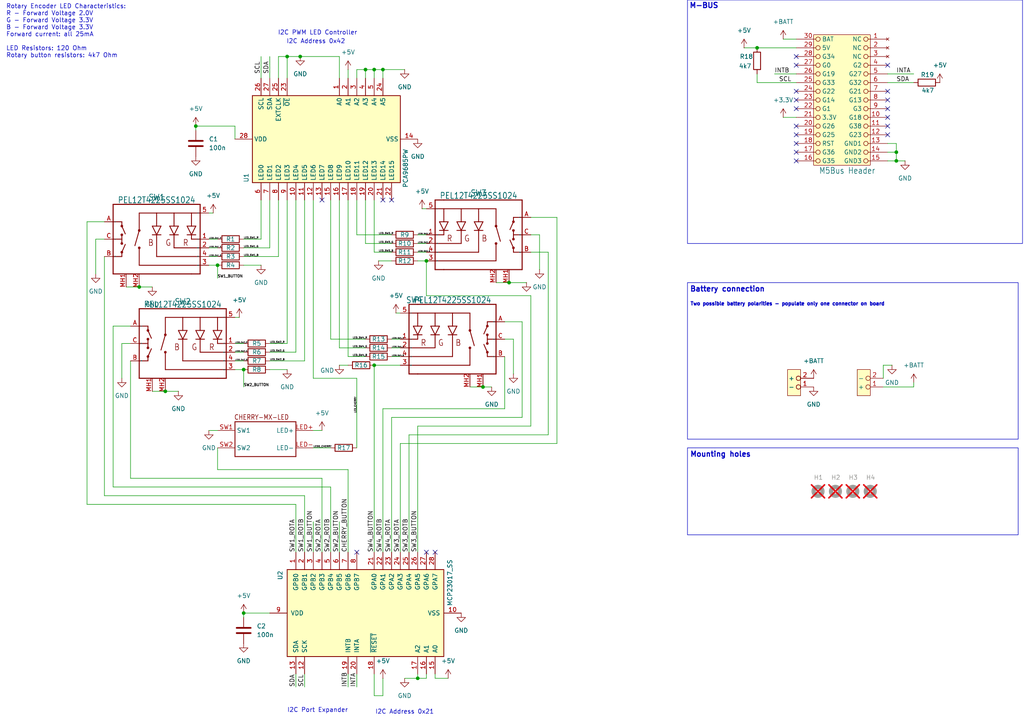
<source format=kicad_sch>
(kicad_sch (version 20231120) (generator "eeschema") (generator_version "8.0")
  (paper "User" 298.907 210.007)
  (lib_symbols
    (symbol "Device:C" (pin_numbers hide) (pin_names (offset 0.254))
      (property "Reference" "C" (at 0.635 2.54 0))
      (property "Value" "C" (at 0.635 -2.54 0))
      (symbol "C_1_1"
        (pin passive line (at 0 3.81 270) (length 2.794) (name "~") (number "1"))
        (pin passive line (at 0 -3.81 90) (length 2.794) (name "~") (number "2"))
      )
    )
    (symbol "Device:R" (pin_numbers hide) (pin_names (offset 0))
      (property "Reference" "R" (at 2.032 0 90))
      (property "Value" "R" (at 0 0 90))
      (symbol "R_1_1"
        (pin passive line (at 0 3.81 270) (length 1.27) (name "~") (number "1"))
        (pin passive line (at 0 -3.81 90) (length 1.27) (name "~") (number "2"))
      )
    )
    (symbol "Driver_LED:PCA9685PW"
      (property "Reference" "U" (at -12.7 22.225 0))
      (property "Value" "PCA9685PW" (at 1.27 22.225 0))
      (symbol "PCA9685PW_1_1"
        (pin input line (at -17.78 -5.08 0) (length 5.08) (name "A0") (number "1"))
        (pin output line (at 17.78 7.62 180) (length 5.08) (name "LED4") (number "10"))
        (pin output line (at 17.78 5.08 180) (length 5.08) (name "LED5") (number "11"))
        (pin output line (at 17.78 2.54 180) (length 5.08) (name "LED6") (number "12"))
        (pin output line (at 17.78 0 180) (length 5.08) (name "LED7") (number "13"))
        (pin power_in line (at 0 -27.94 90) (length 5.08) (name "VSS") (number "14"))
        (pin output line (at 17.78 -2.54 180) (length 5.08) (name "LED8") (number "15"))
        (pin output line (at 17.78 -5.08 180) (length 5.08) (name "LED9") (number "16"))
        (pin output line (at 17.78 -7.62 180) (length 5.08) (name "LED10") (number "17"))
        (pin output line (at 17.78 -10.16 180) (length 5.08) (name "LED11") (number "18"))
        (pin output line (at 17.78 -12.7 180) (length 5.08) (name "LED12") (number "19"))
        (pin input line (at -17.78 -7.62 0) (length 5.08) (name "A1") (number "2"))
        (pin output line (at 17.78 -15.24 180) (length 5.08) (name "LED13") (number "20"))
        (pin output line (at 17.78 -17.78 180) (length 5.08) (name "LED14") (number "21"))
        (pin output line (at 17.78 -20.32 180) (length 5.08) (name "LED15") (number "22"))
        (pin input line (at -17.78 10.16 0) (length 5.08) (name "~{OE}") (number "23"))
        (pin input line (at -17.78 -17.78 0) (length 5.08) (name "A5") (number "24"))
        (pin input line (at -17.78 12.7 0) (length 5.08) (name "EXTCLK") (number "25"))
        (pin input line (at -17.78 17.78 0) (length 5.08) (name "SCL") (number "26"))
        (pin bidirectional line (at -17.78 15.24 0) (length 5.08) (name "SDA") (number "27"))
        (pin power_in line (at 0 25.4 270) (length 5.08) (name "VDD") (number "28"))
        (pin input line (at -17.78 -10.16 0) (length 5.08) (name "A2") (number "3"))
        (pin input line (at -17.78 -12.7 0) (length 5.08) (name "A3") (number "4"))
        (pin input line (at -17.78 -15.24 0) (length 5.08) (name "A4") (number "5"))
        (pin output line (at 17.78 17.78 180) (length 5.08) (name "LED0") (number "6"))
        (pin output line (at 17.78 15.24 180) (length 5.08) (name "LED1") (number "7"))
        (pin output line (at 17.78 12.7 180) (length 5.08) (name "LED2") (number "8"))
        (pin output line (at 17.78 10.16 180) (length 5.08) (name "LED3") (number "9"))
      )
    )
    (symbol "Interface_Expansion:MCP23017_SS" (pin_names (offset 1.016))
      (property "Reference" "U" (at -11.43 24.13 0))
      (property "Value" "MCP23017_SS" (at 0 0 0))
      (symbol "MCP23017_SS_1_1"
        (pin bidirectional line (at 17.78 20.32 180) (length 5.08) (name "GPB0") (number "1"))
        (pin power_in line (at 0 -27.94 90) (length 5.08) (name "VSS") (number "10"))
        (pin no_connect line (at -12.7 15.24 0) (length 5.08) hide (name "NC") (number "11"))
        (pin input line (at -17.78 17.78 0) (length 5.08) (name "SCK") (number "12"))
        (pin bidirectional line (at -17.78 20.32 0) (length 5.08) (name "SDA") (number "13"))
        (pin no_connect line (at -12.7 12.7 0) (length 5.08) hide (name "NC") (number "14"))
        (pin input line (at -17.78 -20.32 0) (length 5.08) (name "A0") (number "15"))
        (pin input line (at -17.78 -17.78 0) (length 5.08) (name "A1") (number "16"))
        (pin input line (at -17.78 -15.24 0) (length 5.08) (name "A2") (number "17"))
        (pin input line (at -17.78 -2.54 0) (length 5.08) (name "~{RESET}") (number "18"))
        (pin tri_state line (at -17.78 5.08 0) (length 5.08) (name "INTB") (number "19"))
        (pin bidirectional line (at 17.78 17.78 180) (length 5.08) (name "GPB1") (number "2"))
        (pin tri_state line (at -17.78 2.54 0) (length 5.08) (name "INTA") (number "20"))
        (pin bidirectional line (at 17.78 -2.54 180) (length 5.08) (name "GPA0") (number "21"))
        (pin bidirectional line (at 17.78 -5.08 180) (length 5.08) (name "GPA1") (number "22"))
        (pin bidirectional line (at 17.78 -7.62 180) (length 5.08) (name "GPA2") (number "23"))
        (pin bidirectional line (at 17.78 -10.16 180) (length 5.08) (name "GPA3") (number "24"))
        (pin bidirectional line (at 17.78 -12.7 180) (length 5.08) (name "GPA4") (number "25"))
        (pin bidirectional line (at 17.78 -15.24 180) (length 5.08) (name "GPA5") (number "26"))
        (pin bidirectional line (at 17.78 -17.78 180) (length 5.08) (name "GPA6") (number "27"))
        (pin bidirectional line (at 17.78 -20.32 180) (length 5.08) (name "GPA7") (number "28"))
        (pin bidirectional line (at 17.78 15.24 180) (length 5.08) (name "GPB2") (number "3"))
        (pin bidirectional line (at 17.78 12.7 180) (length 5.08) (name "GPB3") (number "4"))
        (pin bidirectional line (at 17.78 10.16 180) (length 5.08) (name "GPB4") (number "5"))
        (pin bidirectional line (at 17.78 7.62 180) (length 5.08) (name "GPB5") (number "6"))
        (pin bidirectional line (at 17.78 5.08 180) (length 5.08) (name "GPB6") (number "7"))
        (pin bidirectional line (at 17.78 2.54 180) (length 5.08) (name "GPB7") (number "8"))
        (pin power_in line (at 0 27.94 270) (length 5.08) (name "VDD") (number "9"))
      )
    )
    (symbol "M5-Remote_v1:CHERRY-MX-LED"
      (symbol "CHERRY-MX-LED_1_0"
        (text "CHERRY-MX-LED" (at -5.334 5.588 0) (effects (font (size 1.4224 1.209)) (justify left bottom)))
        (pin passive line (at 17.78 2.54 180) (length 5.08) (name "LED+") (number "LED+"))
        (pin passive line (at 17.78 -2.54 180) (length 5.08) (name "LED-") (number "LED-"))
        (pin passive line (at -10.16 2.54 0) (length 5.08) (name "SW1") (number "SW1"))
        (pin passive line (at -10.16 -2.54 0) (length 5.08) (name "SW2") (number "SW2"))
      )
    )
    (symbol "M5-Remote_v1:JST-PH-2MM,180"
      (symbol "JST-PH-2MM,180_1_0"
        (pin power_out inverted (at 7.62 -3.81 180) (length 5.08) (name "-") (number "1"))
        (pin power_out inverted (at 7.62 -1.27 180) (length 5.08) (name "+") (number "2"))
      )
    )
    (symbol "M5-Remote_v1:JST-PH-2MM,180,reversepolarity"
      (symbol "JST-PH-2MM,180,reversepolarity_1_0"
        (pin passive inverted (at 7.62 -3.81 180) (length 5.08) (name "+") (number "1"))
        (pin passive inverted (at 7.62 -1.27 180) (length 5.08) (name "-") (number "2"))
      )
    )
    (symbol "M5-Remote_v1:M5_CORE2"
      (symbol "M5_CORE2_1_0"
        (pin no_connect inverted (at 13.97 16.51 180) (length 6.985) (name "NC") (number "1"))
        (pin bidirectional inverted (at 13.97 -6.35 180) (length 6.985) (name "G18") (number "10"))
        (pin bidirectional inverted (at 13.97 -8.89 180) (length 6.985) (name "G38") (number "11"))
        (pin bidirectional inverted (at 13.97 -11.43 180) (length 6.985) (name "G23") (number "12"))
        (pin power_in inverted (at 13.97 -13.97 180) (length 6.985) (name "GND1") (number "13"))
        (pin power_in inverted (at 13.97 -16.51 180) (length 6.985) (name "GND2") (number "14"))
        (pin power_in inverted (at 13.97 -19.05 180) (length 6.985) (name "GND3") (number "15"))
        (pin bidirectional inverted (at -12.7 -19.05 0) (length 6.985) (name "G35") (number "16"))
        (pin bidirectional inverted (at -12.7 -16.51 0) (length 6.985) (name "G36") (number "17"))
        (pin input inverted (at -12.7 -13.97 0) (length 6.985) (name "RST") (number "18"))
        (pin bidirectional inverted (at -12.7 -11.43 0) (length 6.985) (name "G25") (number "19"))
        (pin no_connect inverted (at 13.97 13.97 180) (length 6.985) (name "NC") (number "2"))
        (pin bidirectional inverted (at -12.7 -8.89 0) (length 6.985) (name "G26") (number "20"))
        (pin power_out inverted (at -12.7 -6.35 0) (length 6.985) (name "3.3V") (number "21"))
        (pin bidirectional inverted (at -12.7 -3.81 0) (length 6.985) (name "G1") (number "22"))
        (pin bidirectional inverted (at -12.7 -1.27 0) (length 6.985) (name "G14") (number "23"))
        (pin bidirectional inverted (at -12.7 1.27 0) (length 6.985) (name "G22") (number "24"))
        (pin bidirectional inverted (at -12.7 3.81 0) (length 6.985) (name "G33") (number "25"))
        (pin bidirectional inverted (at -12.7 6.35 0) (length 6.985) (name "G19") (number "26"))
        (pin bidirectional inverted (at -12.7 8.89 0) (length 6.985) (name "G0") (number "27"))
        (pin bidirectional inverted (at -12.7 11.43 0) (length 6.985) (name "G34") (number "28"))
        (pin power_out inverted (at -12.7 13.97 0) (length 6.985) (name "5V") (number "29"))
        (pin no_connect inverted (at 13.97 11.43 180) (length 6.985) (name "NC") (number "3"))
        (pin power_in inverted (at -12.7 16.51 0) (length 6.985) (name "BAT") (number "30"))
        (pin bidirectional inverted (at 13.97 8.89 180) (length 6.985) (name "G2") (number "4"))
        (pin bidirectional inverted (at 13.97 6.35 180) (length 6.985) (name "G27") (number "5"))
        (pin bidirectional inverted (at 13.97 3.81 180) (length 6.985) (name "G32") (number "6"))
        (pin bidirectional inverted (at 13.97 1.27 180) (length 6.985) (name "G21") (number "7"))
        (pin bidirectional inverted (at 13.97 -1.27 180) (length 6.985) (name "G13") (number "8"))
        (pin bidirectional inverted (at 13.97 -3.81 180) (length 6.985) (name "G3") (number "9"))
      )
    )
    (symbol "Mechanical:MountingHole" (pin_names (offset 1.016)) (exclude_from_sim yes) (in_bom no)
      (property "Reference" "H" (at 0 5.08 0))
      (property "Value" "MountingHole" (at 0 3.175 0))
    )
    (symbol "encoder_rgb_ca:ENCODER_RGB_CA"
      (property "Reference" "SW" (at -12.7 10.668 0))
      (symbol "ENCODER_RGB_CA_1_0"
        (text "B" (at -2.54 0 0) (effects (font (size 1.778 1.5113)) (justify left top)))
        (text "G" (at 2.54 0 0) (effects (font (size 1.778 1.5113)) (justify left top)))
        (text "R" (at 7.62 0 0) (effects (font (size 1.778 1.5113)) (justify left top)))
        (pin passive line (at 15.24 0 180) (length 2.54) (name "-R") (number "1"))
        (pin passive line (at 15.24 -2.54 180) (length 2.54) (name "-G") (number "2"))
        (pin passive line (at 15.24 -7.62 180) (length 2.54) (name "SW") (number "3"))
        (pin passive line (at 15.24 -5.08 180) (length 2.54) (name "-B") (number "4"))
        (pin passive line (at 15.24 7.62 180) (length 2.54) (name "+") (number "5"))
        (pin bidirectional line (at -15.24 5.08 0) (length 2.54) (name "A") (number "A"))
        (pin bidirectional line (at -15.24 -5.08 0) (length 2.54) (name "B") (number "B"))
        (pin passive line (at -15.24 0 0) (length 2.54) (name "C") (number "C"))
      )
      (symbol "ENCODER_RGB_CA_1_1"
        (pin passive line (at -8.89 -13.97 90) (length 3.81) (name "") (number "MH1"))
        (pin passive line (at -5.08 -13.97 90) (length 3.81) (name "") (number "MH2"))
      )
    )
    (symbol "power:+3.3V" (power) (pin_numbers hide) (pin_names (offset 0) hide)
      (property "Value" "+3.3V" (at 0 3.556 0))
      (symbol "+3.3V_1_1"
        (pin power_in line (at 0 0 90) (length 0) (name "~") (number "1"))
      )
    )
    (symbol "power:+5V" (power) (pin_numbers hide) (pin_names (offset 0) hide)
      (property "Value" "+5V" (at 0 3.556 0))
      (symbol "+5V_1_1"
        (pin power_in line (at 0 0 90) (length 0) (name "~") (number "1"))
      )
    )
    (symbol "power:+BATT" (power) (pin_numbers hide) (pin_names (offset 0) hide)
      (property "Value" "+BATT" (at 0 3.556 0))
      (symbol "+BATT_1_1"
        (pin power_in line (at 0 0 90) (length 0) (name "~") (number "1"))
      )
    )
    (symbol "power:GND" (power) (pin_numbers hide) (pin_names (offset 0) hide)
      (property "Value" "GND" (at 0 -3.81 0))
      (symbol "GND_1_1"
        (pin power_in line (at 0 0 270) (length 0) (name "~") (number "1"))
      )
    )
  )
  (junction (at 109.22 20.32))
  (junction (at 220.98 13.97))
  (junction (at 48.26 114.3))
  (junction (at 261.62 46.99))
  (junction (at 71.12 107.95))
  (junction (at 63.5 77.47))
  (junction (at 40.64 83.82))
  (junction (at 71.12 179.07))
  (junction (at 124.46 76.2))
  (junction (at 109.22 106.68))
  (junction (at 111.76 20.32))
  (junction (at 121.92 198.12))
  (junction (at 140.97 113.03))
  (junction (at 106.68 20.32))
  (junction (at 57.15 36.83))
  (junction (at 83.82 16.51))
  (junction (at 261.62 44.45))
  (junction (at 148.59 82.55))
  (junction (at 87.63 16.51))
  (no_connect (at 232.41 29.21))
  (no_connect (at 259.08 36.83))
  (no_connect (at 127 161.29))
  (no_connect (at 232.41 44.45))
  (no_connect (at 232.41 41.91))
  (no_connect (at 232.41 36.83))
  (no_connect (at 259.08 29.21))
  (no_connect (at 259.08 31.75))
  (no_connect (at 124.46 161.29))
  (no_connect (at 259.08 39.37))
  (no_connect (at 232.41 31.75))
  (no_connect (at 259.08 19.05))
  (no_connect (at 232.41 19.05))
  (no_connect (at 259.08 34.29))
  (no_connect (at 232.41 16.51))
  (no_connect (at 232.41 46.99))
  (no_connect (at 93.98 58.42))
  (no_connect (at 259.08 26.67))
  (no_connect (at 114.3 58.42))
  (no_connect (at 104.14 161.29))
  (no_connect (at 232.41 39.37))
  (no_connect (at 111.76 58.42))
  (no_connect (at 232.41 26.67))
  (wire (pts (xy 116.84 99.06) (xy 114.3 99.06)))
  (wire (pts (xy 152.4 93.98) (xy 152.4 121.92)))
  (wire (pts (xy 99.06 16.51) (xy 87.63 16.51)))
  (wire (pts (xy 104.14 68.58) (xy 104.14 58.42)))
  (wire (pts (xy 111.76 20.32) (xy 118.11 20.32)))
  (wire (pts (xy 33.02 142.24) (xy 96.52 142.24)))
  (wire (pts (xy 109.22 73.66) (xy 114.3 73.66)))
  (wire (pts (xy 147.32 93.98) (xy 152.4 93.98)))
  (wire (pts (xy 140.97 113.03) (xy 143.51 113.03)))
  (wire (pts (xy 48.26 114.3) (xy 52.07 114.3)))
  (wire (pts (xy 38.1 139.7) (xy 38.1 105.41)))
  (wire (pts (xy 38.1 95.25) (xy 33.02 95.25)))
  (wire (pts (xy 60.96 69.85) (xy 63.5 69.85)))
  (wire (pts (xy 121.92 198.12) (xy 118.11 198.12)))
  (wire (pts (xy 259.08 21.59) (xy 266.7 21.59)))
  (wire (pts (xy 226.06 21.59) (xy 232.41 21.59)))
  (wire (pts (xy 91.44 152.4) (xy 91.44 161.29)))
  (wire (pts (xy 121.92 76.2) (xy 124.46 76.2)))
  (wire (pts (xy 86.36 147.32) (xy 86.36 161.29)))
  (wire (pts (xy 104.14 22.86) (xy 104.14 20.32)))
  (wire (pts (xy 71.12 107.95) (xy 71.12 113.03)))
  (wire (pts (xy 121.92 124.46) (xy 121.92 161.29)))
  (wire (pts (xy 91.44 58.42) (xy 91.44 110.49)))
  (wire (pts (xy 68.58 36.83) (xy 68.58 40.64)))
  (wire (pts (xy 261.62 44.45) (xy 259.08 44.45)))
  (wire (pts (xy 261.62 41.91) (xy 261.62 44.45)))
  (wire (pts (xy 162.56 63.5) (xy 162.56 129.54)))
  (wire (pts (xy 104.14 20.32) (xy 106.68 20.32)))
  (wire (pts (xy 81.28 16.51) (xy 83.82 16.51)))
  (wire (pts (xy 63.5 77.47) (xy 63.5 81.28)))
  (wire (pts (xy 266.7 111.76) (xy 266.7 113.03)))
  (wire (pts (xy 91.44 125.73) (xy 93.98 125.73)))
  (wire (pts (xy 83.82 100.33) (xy 78.74 100.33)))
  (wire (pts (xy 99.06 58.42) (xy 99.06 101.6)))
  (wire (pts (xy 104.14 110.49) (xy 104.14 130.81)))
  (wire (pts (xy 96.52 99.06) (xy 106.68 99.06)))
  (wire (pts (xy 99.06 101.6) (xy 106.68 101.6)))
  (wire (pts (xy 83.82 58.42) (xy 83.82 100.33)))
  (wire (pts (xy 124.46 196.85) (xy 124.46 198.12)))
  (wire (pts (xy 111.76 119.38) (xy 111.76 161.29)))
  (wire (pts (xy 44.45 114.3) (xy 48.26 114.3)))
  (wire (pts (xy 63.5 137.16) (xy 101.6 137.16)))
  (wire (pts (xy 86.36 196.85) (xy 86.36 200.66)))
  (wire (pts (xy 93.98 139.7) (xy 93.98 161.29)))
  (wire (pts (xy 101.6 20.32) (xy 101.6 22.86)))
  (wire (pts (xy 30.48 144.78) (xy 30.48 74.93)))
  (wire (pts (xy 109.22 196.85) (xy 109.22 203.2)))
  (wire (pts (xy 99.06 22.86) (xy 99.06 16.51)))
  (wire (pts (xy 228.6 34.29) (xy 232.41 34.29)))
  (wire (pts (xy 76.2 16.51) (xy 76.2 22.86)))
  (wire (pts (xy 127 196.85) (xy 127 198.12)))
  (wire (pts (xy 96.52 142.24) (xy 96.52 161.29)))
  (wire (pts (xy 35.56 100.33) (xy 35.56 110.49)))
  (wire (pts (xy 91.44 110.49) (xy 104.14 110.49)))
  (wire (pts (xy 88.9 161.29) (xy 88.9 144.78)))
  (wire (pts (xy 116.84 129.54) (xy 116.84 161.29)))
  (wire (pts (xy 257.81 110.49) (xy 257.81 106.68)))
  (wire (pts (xy 259.08 41.91) (xy 261.62 41.91)))
  (wire (pts (xy 124.46 73.66) (xy 121.92 73.66)))
  (wire (pts (xy 109.22 20.32) (xy 109.22 22.86)))
  (wire (pts (xy 30.48 69.85) (xy 27.94 69.85)))
  (wire (pts (xy 101.6 104.14) (xy 106.68 104.14)))
  (wire (pts (xy 78.74 72.39) (xy 71.12 72.39)))
  (wire (pts (xy 121.92 196.85) (xy 121.92 198.12)))
  (wire (pts (xy 57.15 36.83) (xy 57.15 38.1)))
  (wire (pts (xy 71.12 179.07) (xy 71.12 180.34)))
  (wire (pts (xy 60.96 72.39) (xy 63.5 72.39)))
  (wire (pts (xy 109.22 203.2) (xy 111.76 203.2)))
  (wire (pts (xy 154.94 86.36) (xy 154.94 124.46)))
  (wire (pts (xy 91.44 130.81) (xy 96.52 130.81)))
  (wire (pts (xy 144.78 82.55) (xy 148.59 82.55)))
  (wire (pts (xy 157.48 68.58) (xy 157.48 78.74)))
  (wire (pts (xy 259.08 46.99) (xy 261.62 46.99)))
  (wire (pts (xy 147.32 104.14) (xy 147.32 119.38)))
  (wire (pts (xy 116.84 129.54) (xy 162.56 129.54)))
  (wire (pts (xy 25.4 64.77) (xy 25.4 147.32)))
  (wire (pts (xy 27.94 69.85) (xy 27.94 80.01)))
  (wire (pts (xy 261.62 46.99) (xy 261.62 44.45)))
  (wire (pts (xy 116.84 101.6) (xy 114.3 101.6)))
  (wire (pts (xy 68.58 105.41) (xy 71.12 105.41)))
  (wire (pts (xy 83.82 16.51) (xy 87.63 16.51)))
  (wire (pts (xy 88.9 144.78) (xy 30.48 144.78)))
  (wire (pts (xy 109.22 73.66) (xy 109.22 58.42)))
  (wire (pts (xy 57.15 36.83) (xy 68.58 36.83)))
  (wire (pts (xy 147.32 119.38) (xy 111.76 119.38)))
  (wire (pts (xy 114.3 121.92) (xy 114.3 161.29)))
  (wire (pts (xy 86.36 102.87) (xy 78.74 102.87)))
  (wire (pts (xy 96.52 99.06) (xy 96.52 58.42)))
  (wire (pts (xy 33.02 95.25) (xy 33.02 142.24)))
  (wire (pts (xy 116.84 91.44) (xy 115.57 91.44)))
  (wire (pts (xy 83.82 16.51) (xy 83.82 22.86)))
  (wire (pts (xy 149.86 99.06) (xy 149.86 109.22)))
  (wire (pts (xy 88.9 105.41) (xy 78.74 105.41)))
  (wire (pts (xy 106.68 20.32) (xy 106.68 22.86)))
  (wire (pts (xy 116.84 104.14) (xy 114.3 104.14)))
  (wire (pts (xy 220.98 21.59) (xy 220.98 24.13)))
  (wire (pts (xy 78.74 107.95) (xy 83.82 107.95)))
  (wire (pts (xy 127 198.12) (xy 130.81 198.12)))
  (wire (pts (xy 63.5 137.16) (xy 63.5 130.81)))
  (wire (pts (xy 116.84 106.68) (xy 109.22 106.68)))
  (wire (pts (xy 152.4 121.92) (xy 114.3 121.92)))
  (wire (pts (xy 220.98 13.97) (xy 232.41 13.97)))
  (wire (pts (xy 71.12 77.47) (xy 76.2 77.47)))
  (wire (pts (xy 101.6 58.42) (xy 101.6 104.14)))
  (wire (pts (xy 154.94 68.58) (xy 157.48 68.58)))
  (wire (pts (xy 106.68 20.32) (xy 109.22 20.32)))
  (wire (pts (xy 124.46 86.36) (xy 154.94 86.36)))
  (wire (pts (xy 101.6 137.16) (xy 101.6 161.29)))
  (wire (pts (xy 124.46 60.96) (xy 123.19 60.96)))
  (wire (pts (xy 124.46 71.12) (xy 121.92 71.12)))
  (wire (pts (xy 78.74 16.51) (xy 78.74 22.86)))
  (wire (pts (xy 111.76 203.2) (xy 111.76 198.12)))
  (wire (pts (xy 147.32 99.06) (xy 149.86 99.06)))
  (wire (pts (xy 119.38 127) (xy 119.38 161.29)))
  (wire (pts (xy 104.14 68.58) (xy 114.3 68.58)))
  (wire (pts (xy 137.16 113.03) (xy 140.97 113.03)))
  (wire (pts (xy 101.6 196.85) (xy 101.6 200.66)))
  (wire (pts (xy 25.4 147.32) (xy 86.36 147.32)))
  (wire (pts (xy 119.38 127) (xy 160.02 127)))
  (wire (pts (xy 60.96 62.23) (xy 62.23 62.23)))
  (wire (pts (xy 259.08 24.13) (xy 266.7 24.13)))
  (wire (pts (xy 60.96 77.47) (xy 63.5 77.47)))
  (wire (pts (xy 124.46 68.58) (xy 121.92 68.58)))
  (wire (pts (xy 148.59 82.55) (xy 153.67 82.55)))
  (wire (pts (xy 104.14 196.85) (xy 104.14 200.66)))
  (wire (pts (xy 124.46 198.12) (xy 121.92 198.12)))
  (wire (pts (xy 114.3 71.12) (xy 106.68 71.12)))
  (wire (pts (xy 154.94 63.5) (xy 162.56 63.5)))
  (wire (pts (xy 38.1 139.7) (xy 93.98 139.7)))
  (wire (pts (xy 68.58 92.71) (xy 69.85 92.71)))
  (wire (pts (xy 109.22 106.68) (xy 109.22 161.29)))
  (wire (pts (xy 68.58 107.95) (xy 71.12 107.95)))
  (wire (pts (xy 88.9 58.42) (xy 88.9 105.41)))
  (wire (pts (xy 30.48 64.77) (xy 25.4 64.77)))
  (wire (pts (xy 99.06 106.68) (xy 101.6 106.68)))
  (wire (pts (xy 68.58 102.87) (xy 71.12 102.87)))
  (wire (pts (xy 76.2 58.42) (xy 76.2 69.85)))
  (wire (pts (xy 106.68 71.12) (xy 106.68 58.42)))
  (wire (pts (xy 78.74 58.42) (xy 78.74 72.39)))
  (wire (pts (xy 38.1 100.33) (xy 35.56 100.33)))
  (wire (pts (xy 220.98 24.13) (xy 232.41 24.13)))
  (wire (pts (xy 232.41 11.43) (xy 228.6 11.43)) (stroke (width 0.1524)))
  (wire (pts (xy 257.81 106.68) (xy 260.35 106.68)))
  (wire (pts (xy 160.02 73.66) (xy 160.02 127)))
  (wire (pts (xy 261.62 46.99) (xy 264.16 46.99)))
  (wire (pts (xy 217.17 13.97) (xy 220.98 13.97)))
  (wire (pts (xy 81.28 74.93) (xy 71.12 74.93)))
  (wire (pts (xy 40.64 83.82) (xy 44.45 83.82)))
  (wire (pts (xy 257.81 113.03) (xy 266.7 113.03)))
  (wire (pts (xy 99.06 152.4) (xy 99.06 161.29)))
  (wire (pts (xy 60.96 74.93) (xy 63.5 74.93)))
  (wire (pts (xy 109.22 20.32) (xy 111.76 20.32)))
  (wire (pts (xy 36.83 83.82) (xy 40.64 83.82)))
  (wire (pts (xy 76.2 69.85) (xy 71.12 69.85)))
  (wire (pts (xy 71.12 179.07) (xy 78.74 179.07)))
  (wire (pts (xy 60.96 125.73) (xy 63.5 125.73)))
  (wire (pts (xy 81.28 58.42) (xy 81.28 74.93)))
  (wire (pts (xy 154.94 124.46) (xy 121.92 124.46)))
  (wire (pts (xy 68.58 100.33) (xy 71.12 100.33)))
  (wire (pts (xy 124.46 76.2) (xy 124.46 86.36)))
  (wire (pts (xy 110.49 76.2) (xy 114.3 76.2)))
  (wire (pts (xy 88.9 196.85) (xy 88.9 200.66)))
  (wire (pts (xy 154.94 73.66) (xy 160.02 73.66)))
  (wire (pts (xy 81.28 22.86) (xy 81.28 16.51)))
  (wire (pts (xy 111.76 20.32) (xy 111.76 22.86)))
  (wire (pts (xy 86.36 58.42) (xy 86.36 102.87)))
  (rectangle (start 200.66 130.81) (end 297.18 156.21))
  (rectangle (start 200.66 82.55) (end 297.18 128.27))
  (rectangle (start 200.66 0) (end 298.45 71.12))
  (text "I2C Address 0x21" (at 118.11 208.026 0) (effects (font (size 1.27 1.27))))
  (text "I2C Address 0x42" (at 92.202 12.192 0) (effects (font (size 1.27 1.27))))
  (text "Mounting holes" (at 210.312 132.842 0) (effects (font (size 1.524 1.524) (thickness 0.3048) (bold yes))))
  (text "I2C PWM LED Controller" (at 92.71 9.652 0) (effects (font (size 1.27 1.27))))
  (text "Battery connection" (at 212.344 84.582 0) (effects (font (size 1.524 1.524) (thickness 0.3048) (bold yes))))
  (text "Rotary Encoder LED Characteristics:\nR - Forward Voltage 2.0V\nG - Forward Voltage 3.3V\nB - Forward Voltage 3.3V\nForward current: all 25mA\n\nLED Resistors: 120 Ohm\nRotary button resistors: 4k7 Ohm" (at 1.778 9.144 0) (effects (font (size 1.27 1.27)) (justify left)))
  (text "Two possible battery polarities - populate only one connector on board" (at 229.87 88.9 0) (effects (font (size 1.016 1.016) (thickness 0.3048) (bold yes))))
  (text "M-BUS" (at 205.486 1.778 0) (effects (font (size 1.524 1.524) (thickness 0.3048) (bold yes))))
  (text "I2C Port Expander" (at 92.71 207.518 0) (effects (font (size 1.27 1.27))))
  (label "LED_SW1_G" (at 71.12 72.39 0) (effects (font (size 0.508 0.508))))
  (label "LED_SW1_R" (at 71.12 69.85 0) (effects (font (size 0.508 0.508))))
  (label "SW2_ROTB" (at 96.52 161.29 90))
  (label "LEDD_SW1_B" (at 60.96 74.93 0) (effects (font (size 0.381 0.381))))
  (label "LED_SW1_B" (at 71.12 74.93 0) (effects (font (size 0.508 0.508))))
  (label "LEDD_SW3_G" (at 121.92 71.12 0) (effects (font (size 0.381 0.381))))
  (label "SW3_BUTTON" (at 121.92 161.29 90))
  (label "SW3_ROTB" (at 119.38 161.29 90))
  (label "LED_SW4_B" (at 102.87 104.14 0) (effects (font (size 0.508 0.508))))
  (label "INTB" (at 101.6 200.66 90))
  (label "LEDD_SW1_R" (at 60.96 69.85 0) (effects (font (size 0.381 0.381))))
  (label "LED_SW2_G" (at 78.74 102.87 0) (effects (font (size 0.508 0.508))))
  (label "INTA" (at 261.62 21.59 0))
  (label "CHERRY_BUTTON" (at 101.6 161.29 90))
  (label "LEDD_SW3_R" (at 121.92 68.58 0) (effects (font (size 0.381 0.381))))
  (label "SW1_ROTB" (at 88.9 161.29 90))
  (label "LED_CHERRY" (at 104.14 120.65 90) (effects (font (size 0.508 0.508))))
  (label "LED_SW4_G" (at 102.87 101.6 0) (effects (font (size 0.508 0.508))))
  (label "SW4_ROTB" (at 111.76 161.29 90))
  (label "LEDD_SW4_B" (at 114.3 104.14 0) (effects (font (size 0.381 0.381))))
  (label "LEDD_SW1_G" (at 60.96 72.39 0) (effects (font (size 0.381 0.381))))
  (label "LEDD_SW2_B" (at 68.58 105.41 0) (effects (font (size 0.381 0.381))))
  (label "LEDD_SW2_G" (at 68.58 102.87 0) (effects (font (size 0.381 0.381))))
  (label "LED_SW4_R" (at 102.87 99.06 0) (effects (font (size 0.508 0.508))))
  (label "SW1_BUTTON" (at 91.44 161.29 90))
  (label "LEDD_SW4_G" (at 114.3 101.6 0) (effects (font (size 0.381 0.381))))
  (label "LED_SW3_R" (at 110.49 68.58 0) (effects (font (size 0.508 0.508))))
  (label "LED_SW2_B" (at 78.74 105.41 0) (effects (font (size 0.508 0.508))))
  (label "SCL" (at 88.9 200.66 90))
  (label "INTA" (at 104.14 200.66 90))
  (label "SW4_ROTA" (at 114.3 161.29 90))
  (label "SW4_BUTTON" (at 109.22 161.29 90))
  (label "LED_SW2_R" (at 78.74 100.33 0) (effects (font (size 0.508 0.508))))
  (label "SW1_BUTTON" (at 63.5 81.28 0) (effects (font (size 0.762 0.762))))
  (label "LED_SW3_B" (at 110.49 73.66 0) (effects (font (size 0.508 0.508))))
  (label "SW2_ROTA" (at 93.98 161.29 90))
  (label "LEDD_SW3_B" (at 121.92 73.66 0) (effects (font (size 0.381 0.381))))
  (label "SW1_ROTA" (at 86.36 161.29 90))
  (label "INTB" (at 226.06 21.59 0))
  (label "SW2_BUTTON" (at 99.06 161.29 90))
  (label "SDA" (at 86.36 200.66 90))
  (label "SDA" (at 261.62 24.13 0))
  (label "SCL" (at 76.2 21.59 90))
  (label "SDA" (at 78.74 21.59 90))
  (label "SW2_BUTTON" (at 71.12 113.03 0) (effects (font (size 0.762 0.762))))
  (label "LEDD_CHERRY" (at 91.44 130.81 0) (effects (font (size 0.508 0.508))))
  (label "LED_SW3_G" (at 110.49 71.12 0) (effects (font (size 0.508 0.508))))
  (label "LEDD_SW4_R" (at 114.3 99.06 0) (effects (font (size 0.381 0.381))))
  (label "LEDD_SW2_R" (at 68.58 100.33 0) (effects (font (size 0.381 0.381))))
  (label "SCL" (at 227.33 24.13 0))
  (label "SW3_ROTA" (at 116.84 161.29 90))
  (symbol (lib_id "Device:R") (at 74.93 107.95 90) (unit 1)
    (property "Reference" "R8" (at 74.93 107.95 90))
    (property "Value" "4k7" (effects (hide yes)))
    (property "Footprint" "Resistor_SMD:R_1206_3216Metric" (effects (hide yes)))
    (property "Datasheet" "https://wmsc.lcsc.com/wmsc/upload/file/pdf/v2/lcsc/2206010145_UNI-ROYAL-Uniroyal-Elec-1206W4F4701T5E_C17936.pdf" (effects (hide yes)))
    (property "Description" "Resistor" (effects (hide yes)))
    (property "MFR Part Number" "1206W4F4701T5E" (effects (hide yes)))
    (property "Manufacturer" "UNI-ROYAL" (effects (hide yes)))
    (property "LCSC Part #" "C17936" (effects (hide yes)))
  )
  (symbol (lib_id "power:GND") (at 153.67 82.55 0) (unit 1)
    (property "Reference" "#PWR036" (effects (hide yes)))
    (property "Value" "GND" (effects (hide yes)))
    (property "Description" "Power symbol creates a global label with name \"GND\" , ground" (effects (hide yes)))
  )
  (symbol (lib_id "power:GND") (at 157.48 78.74 0) (mirror y) (unit 1)
    (property "Reference" "#PWR010" (effects (hide yes)))
    (property "Value" "GND" (at 157.48 83.82 0))
    (property "Description" "Power symbol creates a global label with name \"GND\" , ground" (effects (hide yes)))
  )
  (symbol (lib_id "power:GND") (at 52.07 114.3 0) (unit 1)
    (property "Reference" "#PWR035" (effects (hide yes)))
    (property "Value" "GND" (at 52.07 119.38 0))
    (property "Description" "Power symbol creates a global label with name \"GND\" , ground" (effects (hide yes)))
  )
  (symbol (lib_id "power:GND") (at 149.86 109.22 0) (mirror y) (unit 1)
    (property "Reference" "#PWR014" (effects (hide yes)))
    (property "Value" "GND" (at 149.86 114.3 0))
    (property "Description" "Power symbol creates a global label with name \"GND\" , ground" (effects (hide yes)))
  )
  (symbol (lib_id "power:GND") (at 27.94 80.01 0) (unit 1)
    (property "Reference" "#PWR06" (effects (hide yes)))
    (property "Value" "GND" (at 27.94 85.09 0))
    (property "Description" "Power symbol creates a global label with name \"GND\" , ground" (effects (hide yes)))
  )
  (symbol (lib_id "Device:R") (at 270.51 24.13 270) (unit 1)
    (property "Reference" "R19" (at 268.732 21.844 90) (effects (justify left)))
    (property "Value" "4k7" (at 268.986 26.416 90) (effects (justify left)))
    (property "Footprint" "Resistor_SMD:R_1206_3216Metric" (effects (hide yes)))
    (property "Datasheet" "https://wmsc.lcsc.com/wmsc/upload/file/pdf/v2/lcsc/2206010145_UNI-ROYAL-Uniroyal-Elec-1206W4F4701T5E_C17936.pdf" (effects (hide yes)))
    (property "Description" "Resistor" (effects (hide yes)))
    (property "MFR Part Number" "1206W4F4701T5E" (effects (hide yes)))
    (property "Manufacturer" "UNI-ROYAL" (effects (hide yes)))
    (property "LCSC Part #" "C17936" (effects (hide yes)))
  )
  (symbol (lib_id "Device:R") (at 110.49 101.6 270) (mirror x) (unit 1)
    (property "Reference" "R14" (at 110.49 101.6 90))
    (property "Value" "120R" (effects (hide yes)))
    (property "Footprint" "Resistor_SMD:R_1206_3216Metric" (effects (hide yes)))
    (property "Datasheet" "https://wmsc.lcsc.com/wmsc/upload/file/pdf/v2/lcsc/2206010145_UNI-ROYAL-Uniroyal-Elec-1206W4F1200T5E_C17909.pdf" (effects (hide yes)))
    (property "Description" "Resistor" (effects (hide yes)))
    (property "MFR Part Number" "1206W4F1200T5E" (effects (hide yes)))
    (property "Manufacturer" "UNI-ROYAL" (effects (hide yes)))
    (property "LCSC Part #" "C17909" (effects (hide yes)))
  )
  (symbol (lib_id "power:GND") (at 83.82 107.95 0) (unit 1)
    (property "Reference" "#PWR031" (effects (hide yes)))
    (property "Value" "GND" (at 83.82 113.03 0))
    (property "Description" "Power symbol creates a global label with name \"GND\" , ground" (effects (hide yes)))
  )
  (symbol (lib_id "Device:R") (at 67.31 72.39 90) (unit 1)
    (property "Reference" "R2" (at 67.31 72.39 90))
    (property "Value" "120R" (effects (hide yes)))
    (property "Footprint" "Resistor_SMD:R_1206_3216Metric" (effects (hide yes)))
    (property "Datasheet" "https://wmsc.lcsc.com/wmsc/upload/file/pdf/v2/lcsc/2206010145_UNI-ROYAL-Uniroyal-Elec-1206W4F1200T5E_C17909.pdf" (effects (hide yes)))
    (property "Description" "Resistor" (effects (hide yes)))
    (property "MFR Part Number" "1206W4F1200T5E" (effects (hide yes)))
    (property "Manufacturer" "UNI-ROYAL" (effects (hide yes)))
    (property "LCSC Part #" "C17909" (effects (hide yes)))
  )
  (symbol (lib_id "Mechanical:MountingHole") (at 248.92 143.51 0) (unit 1) (exclude_from_sim yes) (in_bom no) (dnp yes)
    (property "Reference" "H3" (at 247.65 139.446 0) (effects (justify left)))
    (property "Value" "MountingHole" (effects (hide yes)))
    (property "Footprint" "M5-Remote_v1:mounting_hole_3.3mm" (effects (hide yes)))
    (property "Description" "Mounting Hole without connection" (effects (hide yes)))
  )
  (symbol (lib_id "encoder_rgb_ca:ENCODER_RGB_CA") (at 53.34 100.33 0) (unit 1)
    (property "Reference" "SW2" (at 53.34 88.138 0) (effects (font (size 1.778 1.5113))))
    (property "Value" "PEL12T4225SS1024" (at 53.34 88.9 0) (effects (font (size 1.778 1.5113))))
    (property "Footprint" "M5-Remote_v1:PEL12T4225SS1024" (effects (hide yes)))
    (property "Datasheet" "https://www.bourns.com/docs/product-datasheets/pel12t.pdf" (effects (hide yes)))
    (property "Description" "Illuminated Rotary Encoder w/ RGB LED and select switch." (effects (hide yes)))
    (property "MFR Part Number" "PEL12T4225SS1024" (effects (hide yes)))
    (property "Manufacturer" "Bourns" (effects (hide yes)))
  )
  (symbol (lib_id "Device:R") (at 110.49 99.06 270) (mirror x) (unit 1)
    (property "Reference" "R13" (at 110.49 99.06 90))
    (property "Value" "120R" (effects (hide yes)))
    (property "Footprint" "Resistor_SMD:R_1206_3216Metric" (effects (hide yes)))
    (property "Datasheet" "https://wmsc.lcsc.com/wmsc/upload/file/pdf/v2/lcsc/2206010145_UNI-ROYAL-Uniroyal-Elec-1206W4F1200T5E_C17909.pdf" (effects (hide yes)))
    (property "Description" "Resistor" (effects (hide yes)))
    (property "MFR Part Number" "1206W4F1200T5E" (effects (hide yes)))
    (property "Manufacturer" "UNI-ROYAL" (effects (hide yes)))
    (property "LCSC Part #" "C17909" (effects (hide yes)))
  )
  (symbol (lib_id "power:GND") (at 44.45 83.82 0) (unit 1)
    (property "Reference" "#PWR034" (effects (hide yes)))
    (property "Value" "GND" (at 44.45 88.9 0))
    (property "Description" "Power symbol creates a global label with name \"GND\" , ground" (effects (hide yes)))
  )
  (symbol (lib_id "Mechanical:MountingHole") (at 243.84 143.51 0) (unit 1) (exclude_from_sim yes) (in_bom no) (dnp yes)
    (property "Reference" "H2" (at 242.57 139.446 0) (effects (justify left)))
    (property "Value" "MountingHole" (effects (hide yes)))
    (property "Footprint" "M5-Remote_v1:mounting_hole_3.3mm" (effects (hide yes)))
    (property "Description" "Mounting Hole without connection" (effects (hide yes)))
  )
  (symbol (lib_id "power:GND") (at 264.16 46.99 0) (unit 1)
    (property "Reference" "#PWR03" (effects (hide yes)))
    (property "Value" "GND" (at 264.16 52.07 0))
    (property "Description" "Power symbol creates a global label with name \"GND\" , ground" (effects (hide yes)))
  )
  (symbol (lib_id "encoder_rgb_ca:ENCODER_RGB_CA") (at 45.72 69.85 0) (unit 1)
    (property "Reference" "SW1" (at 45.72 57.658 0) (effects (font (size 1.778 1.5113))))
    (property "Value" "PEL12T4225SS1024" (at 45.72 58.42 0) (effects (font (size 1.778 1.5113))))
    (property "Footprint" "M5-Remote_v1:PEL12T4225SS1024" (effects (hide yes)))
    (property "Datasheet" "https://www.bourns.com/docs/product-datasheets/pel12t.pdf" (effects (hide yes)))
    (property "Description" "Illuminated Rotary Encoder w/ RGB LED and select switch." (effects (hide yes)))
    (property "MFR Part Number" "PEL12T4225SS1024" (effects (hide yes)))
    (property "Manufacturer" "Bourns" (effects (hide yes)))
  )
  (symbol (lib_id "power:GND") (at 118.11 198.12 0) (unit 1)
    (property "Reference" "#PWR025" (effects (hide yes)))
    (property "Value" "GND" (at 118.11 203.2 0))
    (property "Description" "Power symbol creates a global label with name \"GND\" , ground" (effects (hide yes)))
  )
  (symbol (lib_id "power:GND") (at 260.35 106.68 0) (unit 1)
    (property "Reference" "#PWR039" (effects (hide yes)))
    (property "Value" "GND" (at 260.35 111.76 0))
    (property "Description" "Power symbol creates a global label with name \"GND\" , ground" (effects (hide yes)))
  )
  (symbol (lib_id "encoder_rgb_ca:ENCODER_RGB_CA") (at 132.08 99.06 0) (mirror y) (unit 1)
    (property "Reference" "SW4" (at 120.904 87.63 0) (effects (font (size 1.778 1.5113))))
    (property "Value" "PEL12T4225SS1024" (at 132.08 87.63 0) (effects (font (size 1.778 1.5113))))
    (property "Footprint" "M5-Remote_v1:PEL12T4225SS1024" (effects (hide yes)))
    (property "Datasheet" "https://www.bourns.com/docs/product-datasheets/pel12t.pdf" (effects (hide yes)))
    (property "Description" "Illuminated Rotary Encoder w/ RGB LED and select switch." (effects (hide yes)))
    (property "MFR Part Number" "PEL12T4225SS1024" (effects (hide yes)))
    (property "Manufacturer" "Bourns" (effects (hide yes)))
  )
  (symbol (lib_id "Device:R") (at 118.11 71.12 270) (mirror x) (unit 1)
    (property "Reference" "R10" (at 118.11 71.12 90))
    (property "Value" "120R" (effects (hide yes)))
    (property "Footprint" "Resistor_SMD:R_1206_3216Metric" (effects (hide yes)))
    (property "Datasheet" "https://wmsc.lcsc.com/wmsc/upload/file/pdf/v2/lcsc/2206010145_UNI-ROYAL-Uniroyal-Elec-1206W4F1200T5E_C17909.pdf" (effects (hide yes)))
    (property "Description" "Resistor" (effects (hide yes)))
    (property "MFR Part Number" "1206W4F1200T5E" (effects (hide yes)))
    (property "Manufacturer" "UNI-ROYAL" (effects (hide yes)))
    (property "LCSC Part #" "C17909" (effects (hide yes)))
  )
  (symbol (lib_id "power:+5V") (at 115.57 91.44 0) (unit 1)
    (property "Reference" "#PWR012" (effects (hide yes)))
    (property "Value" "+5V" (at 115.57 86.36 0))
    (property "Description" "Power symbol creates a global label with name \"+5V\"" (effects (hide yes)))
  )
  (symbol (lib_id "Driver_LED:PCA9685PW") (at 93.98 40.64 90) (mirror x) (unit 1)
    (property "Reference" "U1" (at 71.882 50.546 0) (effects (justify left)))
    (property "Value" "PCA9685PW" (at 118.364 43.434 0) (effects (justify left)))
    (property "Footprint" "Package_SO:TSSOP-28_4.4x9.7mm_P0.65mm" (effects (hide yes)))
    (property "Datasheet" "http://www.nxp.com/docs/en/data-sheet/PCA9685.pdf" (effects (hide yes)))
    (property "Description" "16-channel 12-bit PWM Fm+ I2C-bus LED controller RGBA TSSOP" (effects (hide yes)))
    (property "MFR Part Number" "PCA9685" (effects (hide yes)))
    (property "Manufacturer" "NXP" (effects (hide yes)))
    (property "LCSC Part #" "C2678753" (effects (hide yes)))
    (property "JLCPCB Rotation Offset" "90" (effects (hide yes)))
  )
  (symbol (lib_id "power:GND") (at 237.49 113.03 0) (unit 1)
    (property "Reference" "#PWR01" (effects (hide yes)))
    (property "Value" "GND" (at 237.49 118.11 0))
    (property "Description" "Power symbol creates a global label with name \"GND\" , ground" (effects (hide yes)))
  )
  (symbol (lib_id "power:GND") (at 121.92 40.64 0) (unit 1)
    (property "Reference" "#PWR015" (effects (hide yes)))
    (property "Value" "GND" (at 121.92 45.72 0))
    (property "Description" "Power symbol creates a global label with name \"GND\" , ground" (effects (hide yes)))
  )
  (symbol (lib_id "power:GND") (at 118.11 20.32 0) (unit 1)
    (property "Reference" "#PWR023" (effects (hide yes)))
    (property "Value" "GND" (at 118.11 25.4 0))
    (property "Description" "Power symbol creates a global label with name \"GND\" , ground" (effects (hide yes)))
  )
  (symbol (lib_id "power:GND") (at 143.51 113.03 0) (mirror y) (unit 1)
    (property "Reference" "#PWR037" (effects (hide yes)))
    (property "Value" "GND" (at 143.51 118.11 0))
    (property "Description" "Power symbol creates a global label with name \"GND\" , ground" (effects (hide yes)))
  )
  (symbol (lib_id "power:+5V") (at 69.85 92.71 0) (unit 1)
    (property "Reference" "#PWR08" (effects (hide yes)))
    (property "Value" "+5V" (at 69.85 87.63 0))
    (property "Description" "Power symbol creates a global label with name \"+5V\"" (effects (hide yes)))
  )
  (symbol (lib_id "Device:R") (at 105.41 106.68 270) (mirror x) (unit 1)
    (property "Reference" "R16" (at 105.41 106.68 90))
    (property "Value" "4k7" (effects (hide yes)))
    (property "Footprint" "Resistor_SMD:R_1206_3216Metric" (effects (hide yes)))
    (property "Datasheet" "https://wmsc.lcsc.com/wmsc/upload/file/pdf/v2/lcsc/2206010145_UNI-ROYAL-Uniroyal-Elec-1206W4F4701T5E_C17936.pdf" (effects (hide yes)))
    (property "Description" "Resistor" (effects (hide yes)))
    (property "MFR Part Number" "1206W4F4701T5E" (effects (hide yes)))
    (property "Manufacturer" "UNI-ROYAL" (effects (hide yes)))
    (property "LCSC Part #" "C17936" (effects (hide yes)))
  )
  (symbol (lib_id "power:+5V") (at 62.23 62.23 0) (unit 1)
    (property "Reference" "#PWR05" (effects (hide yes)))
    (property "Value" "+5V" (at 62.23 57.15 0))
    (property "Description" "Power symbol creates a global label with name \"+5V\"" (effects (hide yes)))
  )
  (symbol (lib_id "power:GND") (at 99.06 106.68 0) (unit 1)
    (property "Reference" "#PWR033" (effects (hide yes)))
    (property "Value" "GND" (at 95.504 108.204 0))
    (property "Description" "Power symbol creates a global label with name \"GND\" , ground" (effects (hide yes)))
  )
  (symbol (lib_id "Device:R") (at 220.98 17.78 0) (unit 1)
    (property "Reference" "R18" (at 215.9 16.51 0) (effects (justify left)))
    (property "Value" "4k7" (at 215.646 19.304 0) (effects (justify left)))
    (property "Footprint" "Resistor_SMD:R_1206_3216Metric" (effects (hide yes)))
    (property "Datasheet" "https://wmsc.lcsc.com/wmsc/upload/file/pdf/v2/lcsc/2206010145_UNI-ROYAL-Uniroyal-Elec-1206W4F4701T5E_C17936.pdf" (effects (hide yes)))
    (property "Description" "Resistor" (effects (hide yes)))
    (property "MFR Part Number" "1206W4F4701T5E" (effects (hide yes)))
    (property "Manufacturer" "UNI-ROYAL" (effects (hide yes)))
    (property "LCSC Part #" "C17936" (effects (hide yes)))
  )
  (symbol (lib_id "M5-Remote_v1:JST-PH-2MM,180") (at 229.87 109.22 0) (unit 1)
    (property "Reference" "B1" (effects (hide yes)))
    (property "Value" "JST-PH-2MM,180" (effects (hide yes)))
    (property "Footprint" "Connector_JST:JST_PH_S2B-PH-K_1x02_P2.00mm_Horizontal" (effects (hide yes)))
  )
  (symbol (lib_id "power:+5V") (at 217.17 13.97 0) (unit 1)
    (property "Reference" "#PWR020" (effects (hide yes)))
    (property "Value" "+5V" (at 217.17 8.89 0))
    (property "Description" "Power symbol creates a global label with name \"+5V\"" (effects (hide yes)))
  )
  (symbol (lib_id "power:+3.3V") (at 228.6 34.29 0) (unit 1)
    (property "Reference" "#PWR019" (effects (hide yes)))
    (property "Value" "+3.3V" (at 228.6 29.21 0))
    (property "Description" "Power symbol creates a global label with name \"+3.3V\"" (effects (hide yes)))
  )
  (symbol (lib_id "Device:R") (at 118.11 73.66 270) (mirror x) (unit 1)
    (property "Reference" "R11" (at 118.11 73.66 90))
    (property "Value" "120R" (effects (hide yes)))
    (property "Footprint" "Resistor_SMD:R_1206_3216Metric" (effects (hide yes)))
    (property "Datasheet" "https://wmsc.lcsc.com/wmsc/upload/file/pdf/v2/lcsc/2206010145_UNI-ROYAL-Uniroyal-Elec-1206W4F1200T5E_C17909.pdf" (effects (hide yes)))
    (property "Description" "Resistor" (effects (hide yes)))
    (property "MFR Part Number" "1206W4F1200T5E" (effects (hide yes)))
    (property "Manufacturer" "UNI-ROYAL" (effects (hide yes)))
    (property "LCSC Part #" "C17909" (effects (hide yes)))
  )
  (symbol (lib_id "Device:R") (at 67.31 69.85 90) (unit 1)
    (property "Reference" "R1" (at 67.31 69.85 90))
    (property "Value" "120R" (effects (hide yes)))
    (property "Footprint" "Resistor_SMD:R_1206_3216Metric" (effects (hide yes)))
    (property "Datasheet" "https://wmsc.lcsc.com/wmsc/upload/file/pdf/v2/lcsc/2206010145_UNI-ROYAL-Uniroyal-Elec-1206W4F1200T5E_C17909.pdf" (effects (hide yes)))
    (property "Description" "Resistor" (effects (hide yes)))
    (property "MFR Part Number" "1206W4F1200T5E" (effects (hide yes)))
    (property "Manufacturer" "UNI-ROYAL" (effects (hide yes)))
    (property "LCSC Part #" "C17909" (effects (hide yes)))
  )
  (symbol (lib_id "power:+BATT") (at 266.7 111.76 0) (unit 1)
    (property "Reference" "#PWR038" (effects (hide yes)))
    (property "Value" "+BATT" (at 266.7 106.68 0))
    (property "Description" "Power symbol creates a global label with name \"+BATT\"" (effects (hide yes)))
  )
  (symbol (lib_id "power:+BATT") (at 228.6 11.43 0) (unit 1)
    (property "Reference" "#PWR04" (effects (hide yes)))
    (property "Value" "+BATT" (at 228.6 6.35 0))
    (property "Description" "Power symbol creates a global label with name \"+BATT\"" (effects (hide yes)))
  )
  (symbol (lib_id "power:+5V") (at 101.6 20.32 0) (unit 1)
    (property "Reference" "#PWR022" (effects (hide yes)))
    (property "Value" "+5V" (at 101.6 15.24 0))
    (property "Description" "Power symbol creates a global label with name \"+5V\"" (effects (hide yes)))
  )
  (symbol (lib_id "power:+5V") (at 123.19 60.96 0) (unit 1)
    (property "Reference" "#PWR011" (effects (hide yes)))
    (property "Value" "+5V" (at 123.19 55.88 0))
    (property "Description" "Power symbol creates a global label with name \"+5V\"" (effects (hide yes)))
  )
  (symbol (lib_id "power:+BATT") (at 237.49 110.49 0) (unit 1)
    (property "Reference" "#PWR02" (effects (hide yes)))
    (property "Value" "+BATT" (at 237.49 105.41 0))
    (property "Description" "Power symbol creates a global label with name \"+BATT\"" (effects (hide yes)))
  )
  (symbol (lib_id "power:GND") (at 134.62 179.07 0) (unit 1)
    (property "Reference" "#PWR017" (effects (hide yes)))
    (property "Value" "GND" (at 134.62 184.15 0))
    (property "Description" "Power symbol creates a global label with name \"GND\" , ground" (effects (hide yes)))
  )
  (symbol (lib_id "power:+5V") (at 57.15 36.83 0) (unit 1)
    (property "Reference" "#PWR016" (effects (hide yes)))
    (property "Value" "+5V" (at 57.15 31.75 0))
    (property "Description" "Power symbol creates a global label with name \"+5V\"" (effects (hide yes)))
  )
  (symbol (lib_id "Device:R") (at 100.33 130.81 90) (unit 1)
    (property "Reference" "R17" (at 100.33 130.81 90))
    (property "Value" "120R" (effects (hide yes)))
    (property "Footprint" "Resistor_SMD:R_1206_3216Metric" (effects (hide yes)))
    (property "Datasheet" "https://wmsc.lcsc.com/wmsc/upload/file/pdf/v2/lcsc/2206010145_UNI-ROYAL-Uniroyal-Elec-1206W4F1200T5E_C17909.pdf" (effects (hide yes)))
    (property "Description" "Resistor" (effects (hide yes)))
    (property "MFR Part Number" "1206W4F1200T5E" (effects (hide yes)))
    (property "Manufacturer" "UNI-ROYAL" (effects (hide yes)))
    (property "LCSC Part #" "C17909" (effects (hide yes)))
  )
  (symbol (lib_id "Mechanical:MountingHole") (at 254 143.51 0) (unit 1) (exclude_from_sim yes) (in_bom no) (dnp yes)
    (property "Reference" "H4" (at 252.73 139.446 0) (effects (justify left)))
    (property "Value" "MountingHole" (effects (hide yes)))
    (property "Footprint" "M5-Remote_v1:mounting_hole_3.3mm" (effects (hide yes)))
    (property "Description" "Mounting Hole without connection" (effects (hide yes)))
  )
  (symbol (lib_id "Device:R") (at 110.49 104.14 270) (mirror x) (unit 1)
    (property "Reference" "R15" (at 110.49 104.14 90))
    (property "Value" "120R" (effects (hide yes)))
    (property "Footprint" "Resistor_SMD:R_1206_3216Metric" (effects (hide yes)))
    (property "Datasheet" "https://wmsc.lcsc.com/wmsc/upload/file/pdf/v2/lcsc/2206010145_UNI-ROYAL-Uniroyal-Elec-1206W4F1200T5E_C17909.pdf" (effects (hide yes)))
    (property "Description" "Resistor" (effects (hide yes)))
    (property "MFR Part Number" "1206W4F1200T5E" (effects (hide yes)))
    (property "Manufacturer" "UNI-ROYAL" (effects (hide yes)))
    (property "LCSC Part #" "C17909" (effects (hide yes)))
  )
  (symbol (lib_id "Interface_Expansion:MCP23017_SS") (at 106.68 179.07 90) (unit 1)
    (property "Reference" "U2" (at 81.788 169.418 0) (effects (justify left)))
    (property "Value" "MCP23017_SS" (at 131.318 177.038 0) (effects (justify left)))
    (property "Footprint" "Package_SO:SSOP-28_5.3x10.2mm_P0.65mm" (effects (hide yes)))
    (property "Datasheet" "http://ww1.microchip.com/downloads/en/DeviceDoc/20001952C.pdf" (effects (hide yes)))
    (property "Description" "16-bit I/O expander, I2C, interrupts, w pull-ups, SSOP-28" (effects (hide yes)))
    (property "MFR Part Number" "MCP23017-E/SS" (effects (hide yes)))
    (property "Manufacturer" "Microchip Tech" (effects (hide yes)))
    (property "LCSC Part #" "C506653" (effects (hide yes)))
  )
  (symbol (lib_id "Device:R") (at 118.11 68.58 270) (mirror x) (unit 1)
    (property "Reference" "R9" (at 118.11 68.58 90))
    (property "Value" "120R" (effects (hide yes)))
    (property "Footprint" "Resistor_SMD:R_1206_3216Metric" (effects (hide yes)))
    (property "Datasheet" "https://wmsc.lcsc.com/wmsc/upload/file/pdf/v2/lcsc/2206010145_UNI-ROYAL-Uniroyal-Elec-1206W4F1200T5E_C17909.pdf" (effects (hide yes)))
    (property "Description" "Resistor" (effects (hide yes)))
    (property "MFR Part Number" "1206W4F1200T5E" (effects (hide yes)))
    (property "Manufacturer" "UNI-ROYAL" (effects (hide yes)))
    (property "LCSC Part #" "C17909" (effects (hide yes)))
  )
  (symbol (lib_id "Device:R") (at 74.93 100.33 90) (unit 1)
    (property "Reference" "R5" (at 74.93 100.33 90))
    (property "Value" "120R" (effects (hide yes)))
    (property "Footprint" "Resistor_SMD:R_1206_3216Metric" (effects (hide yes)))
    (property "Datasheet" "https://wmsc.lcsc.com/wmsc/upload/file/pdf/v2/lcsc/2206010145_UNI-ROYAL-Uniroyal-Elec-1206W4F1200T5E_C17909.pdf" (effects (hide yes)))
    (property "Description" "Resistor" (effects (hide yes)))
    (property "MFR Part Number" "1206W4F1200T5E" (effects (hide yes)))
    (property "Manufacturer" "UNI-ROYAL" (effects (hide yes)))
    (property "LCSC Part #" "C17909" (effects (hide yes)))
  )
  (symbol (lib_id "M5-Remote_v1:CHERRY-MX-LED") (at 73.66 128.27 0) (unit 1)
    (property "Reference" "U3" (effects (hide yes)))
    (property "Value" "CHERRY-MX-LED" (effects (hide yes)))
    (property "Footprint" "M5-Remote_v1:CHERRY-MX-LED" (effects (hide yes)))
    (property "Description" "Cherry MX series keyswitch with LED" (effects (hide yes)))
  )
  (symbol (lib_id "power:+5V") (at 93.98 125.73 0) (unit 1)
    (property "Reference" "#PWR013" (effects (hide yes)))
    (property "Value" "+5V" (at 93.98 120.65 0))
    (property "Description" "Power symbol creates a global label with name \"+5V\"" (effects (hide yes)))
  )
  (symbol (lib_id "Device:R") (at 74.93 102.87 90) (unit 1)
    (property "Reference" "R6" (at 74.93 102.87 90))
    (property "Value" "120R" (effects (hide yes)))
    (property "Footprint" "Resistor_SMD:R_1206_3216Metric" (effects (hide yes)))
    (property "Datasheet" "https://wmsc.lcsc.com/wmsc/upload/file/pdf/v2/lcsc/2206010145_UNI-ROYAL-Uniroyal-Elec-1206W4F1200T5E_C17909.pdf" (effects (hide yes)))
    (property "Description" "Resistor" (effects (hide yes)))
    (property "MFR Part Number" "1206W4F1200T5E" (effects (hide yes)))
    (property "Manufacturer" "UNI-ROYAL" (effects (hide yes)))
    (property "LCSC Part #" "C17909" (effects (hide yes)))
  )
  (symbol (lib_id "Device:C") (at 57.15 41.91 0) (unit 1)
    (property "Reference" "C1" (at 60.96 40.6399 0) (effects (justify left)))
    (property "Value" "100n" (at 60.96 43.1799 0) (effects (justify left)))
    (property "Footprint" "Capacitor_SMD:C_0402_1005Metric" (effects (hide yes)))
    (property "Datasheet" "https://datasheet.lcsc.com/lcsc/2304140030_Samsung-Electro-Mechanics-CL05B104KO5NNNC_C1525.pdf" (effects (hide yes)))
    (property "Description" "Unpolarized capacitor" (effects (hide yes)))
    (property "MFR Part Number" "CL05B104KO5NNNC" (effects (hide yes)))
    (property "Manufacturer" "Samsung" (effects (hide yes)))
    (property "LCSC Part #" "C1525" (effects (hide yes)))
  )
  (symbol (lib_id "power:+5V") (at 111.76 198.12 0) (unit 1)
    (property "Reference" "#PWR029" (effects (hide yes)))
    (property "Value" "+5V" (at 111.76 193.04 0))
    (property "Description" "Power symbol creates a global label with name \"+5V\"" (effects (hide yes)))
  )
  (symbol (lib_id "power:GND") (at 57.15 45.72 0) (unit 1)
    (property "Reference" "#PWR026" (effects (hide yes)))
    (property "Value" "GND" (at 57.15 50.8 0))
    (property "Description" "Power symbol creates a global label with name \"GND\" , ground" (effects (hide yes)))
  )
  (symbol (lib_id "Device:C") (at 71.12 184.15 0) (unit 1)
    (property "Reference" "C2" (at 74.93 182.8799 0) (effects (justify left)))
    (property "Value" "100n" (at 74.93 185.4199 0) (effects (justify left)))
    (property "Footprint" "Capacitor_SMD:C_0402_1005Metric" (effects (hide yes)))
    (property "Datasheet" "https://datasheet.lcsc.com/lcsc/2304140030_Samsung-Electro-Mechanics-CL05B104KO5NNNC_C1525.pdf" (effects (hide yes)))
    (property "Description" "Unpolarized capacitor" (effects (hide yes)))
    (property "MFR Part Number" "CL05B104KO5NNNC" (effects (hide yes)))
    (property "Manufacturer" "Samsung" (effects (hide yes)))
    (property "LCSC Part #" "C1525" (effects (hide yes)))
  )
  (symbol (lib_id "power:GND") (at 76.2 77.47 0) (unit 1)
    (property "Reference" "#PWR030" (effects (hide yes)))
    (property "Value" "GND" (at 76.2 82.55 0))
    (property "Description" "Power symbol creates a global label with name \"GND\" , ground" (effects (hide yes)))
  )
  (symbol (lib_id "power:GND") (at 60.96 125.73 0) (unit 1)
    (property "Reference" "#PWR09" (effects (hide yes)))
    (property "Value" "GND" (at 60.96 130.81 0))
    (property "Description" "Power symbol creates a global label with name \"GND\" , ground" (effects (hide yes)))
  )
  (symbol (lib_id "encoder_rgb_ca:ENCODER_RGB_CA") (at 139.7 68.58 0) (mirror y) (unit 1)
    (property "Reference" "SW3" (at 139.7 56.388 0) (effects (font (size 1.778 1.5113))))
    (property "Value" "PEL12T4225SS1024" (at 139.7 57.15 0) (effects (font (size 1.778 1.5113))))
    (property "Footprint" "M5-Remote_v1:PEL12T4225SS1024" (effects (hide yes)))
    (property "Datasheet" "https://www.bourns.com/docs/product-datasheets/pel12t.pdf" (effects (hide yes)))
    (property "Description" "Illuminated Rotary Encoder w/ RGB LED and select switch." (effects (hide yes)))
    (property "MFR Part Number" "PEL12T4225SS1024" (effects (hide yes)))
    (property "Manufacturer" "Bourns" (effects (hide yes)))
  )
  (symbol (lib_id "power:+5V") (at 274.32 24.13 0) (unit 1)
    (property "Reference" "#PWR028" (effects (hide yes)))
    (property "Value" "+5V" (at 274.32 19.05 0))
    (property "Description" "Power symbol creates a global label with name \"+5V\"" (effects (hide yes)))
  )
  (symbol (lib_id "power:GND") (at 71.12 187.96 0) (unit 1)
    (property "Reference" "#PWR027" (effects (hide yes)))
    (property "Value" "GND" (at 71.12 193.04 0))
    (property "Description" "Power symbol creates a global label with name \"GND\" , ground" (effects (hide yes)))
  )
  (symbol (lib_id "Device:R") (at 67.31 74.93 90) (unit 1)
    (property "Reference" "R3" (at 67.31 74.93 90))
    (property "Value" "120R" (effects (hide yes)))
    (property "Footprint" "Resistor_SMD:R_1206_3216Metric" (effects (hide yes)))
    (property "Datasheet" "https://wmsc.lcsc.com/wmsc/upload/file/pdf/v2/lcsc/2206010145_UNI-ROYAL-Uniroyal-Elec-1206W4F1200T5E_C17909.pdf" (effects (hide yes)))
    (property "Description" "Resistor" (effects (hide yes)))
    (property "MFR Part Number" "1206W4F1200T5E" (effects (hide yes)))
    (property "Manufacturer" "UNI-ROYAL" (effects (hide yes)))
    (property "LCSC Part #" "C17909" (effects (hide yes)))
  )
  (symbol (lib_id "power:GND") (at 35.56 110.49 0) (unit 1)
    (property "Reference" "#PWR07" (effects (hide yes)))
    (property "Value" "GND" (at 35.56 115.57 0))
    (property "Description" "Power symbol creates a global label with name \"GND\" , ground" (effects (hide yes)))
  )
  (symbol (lib_id "power:GND") (at 87.63 16.51 0) (unit 1)
    (property "Reference" "#PWR021" (effects (hide yes)))
    (property "Value" "GND" (at 87.63 21.59 0))
    (property "Description" "Power symbol creates a global label with name \"GND\" , ground" (effects (hide yes)))
  )
  (symbol (lib_id "power:GND") (at 110.49 76.2 0) (unit 1)
    (property "Reference" "#PWR032" (effects (hide yes)))
    (property "Value" "GND" (at 110.49 81.28 0))
    (property "Description" "Power symbol creates a global label with name \"GND\" , ground" (effects (hide yes)))
  )
  (symbol (lib_id "Device:R") (at 67.31 77.47 90) (unit 1)
    (property "Reference" "R4" (at 67.31 77.47 90))
    (property "Value" "4k7" (effects (hide yes)))
    (property "Footprint" "Resistor_SMD:R_1206_3216Metric" (effects (hide yes)))
    (property "Datasheet" "https://wmsc.lcsc.com/wmsc/upload/file/pdf/v2/lcsc/2206010145_UNI-ROYAL-Uniroyal-Elec-1206W4F4701T5E_C17936.pdf" (effects (hide yes)))
    (property "Description" "Resistor" (effects (hide yes)))
    (property "MFR Part Number" "1206W4F4701T5E" (effects (hide yes)))
    (property "Manufacturer" "UNI-ROYAL" (effects (hide yes)))
    (property "LCSC Part #" "C17936" (effects (hide yes)))
  )
  (symbol (lib_id "Mechanical:MountingHole") (at 238.76 143.51 0) (unit 1) (exclude_from_sim yes) (in_bom no) (dnp yes)
    (property "Reference" "H1" (at 237.49 139.446 0) (effects (justify left)))
    (property "Value" "MountingHole" (effects (hide yes)))
    (property "Footprint" "M5-Remote_v1:mounting_hole_3.3mm" (effects (hide yes)))
    (property "Description" "Mounting Hole without connection" (effects (hide yes)))
  )
  (symbol (lib_id "power:+5V") (at 71.12 179.07 0) (unit 1)
    (property "Reference" "#PWR018" (effects (hide yes)))
    (property "Value" "+5V" (at 71.12 173.99 0))
    (property "Description" "Power symbol creates a global label with name \"+5V\"" (effects (hide yes)))
  )
  (symbol (lib_id "M5-Remote_v1:JST-PH-2MM,180,reversepolarity") (at 250.19 109.22 0) (unit 1)
    (property "Reference" "B2" (effects (hide yes)))
    (property "Value" "JST-PH-2MM,180" (effects (hide yes)))
    (property "Footprint" "Connector_JST:JST_PH_S2B-PH-K_1x02_P2.00mm_Horizontal" (effects (hide yes)))
  )
  (symbol (lib_id "power:+5V") (at 130.81 198.12 0) (unit 1)
    (property "Reference" "#PWR024" (effects (hide yes)))
    (property "Value" "+5V" (at 130.81 193.04 0))
    (property "Description" "Power symbol creates a global label with name \"+5V\"" (effects (hide yes)))
  )
  (symbol (lib_id "Device:R") (at 118.11 76.2 270) (mirror x) (unit 1)
    (property "Reference" "R12" (at 118.11 76.2 90))
    (property "Value" "4k7" (effects (hide yes)))
    (property "Footprint" "Resistor_SMD:R_1206_3216Metric" (effects (hide yes)))
    (property "Datasheet" "https://wmsc.lcsc.com/wmsc/upload/file/pdf/v2/lcsc/2206010145_UNI-ROYAL-Uniroyal-Elec-1206W4F4701T5E_C17936.pdf" (effects (hide yes)))
    (property "Description" "Resistor" (effects (hide yes)))
    (property "MFR Part Number" "1206W4F4701T5E" (effects (hide yes)))
    (property "Manufacturer" "UNI-ROYAL" (effects (hide yes)))
    (property "LCSC Part #" "C17936" (effects (hide yes)))
  )
  (symbol (lib_id "M5-Remote_v1:M5_CORE2") (at 245.11 27.94 0) (unit 1)
    (property "Reference" "M5-CORE2" (effects (hide yes)))
    (property "Value" "M5Bus Header" (at 239.014 50.8 0) (effects (font (size 1.778 1.5113)) (justify left bottom)))
    (property "Footprint" "M5-Remote_v1:M5_CORE2" (effects (hide yes)))
    (property "Datasheet" "https://cdn.amphenol-cs.com/media/wysiwyg/files/documentation/datasheet/boardwiretoboard/bwb_econostik_254headers.pdf" (effects (hide yes)))
    (property "MFR Part Number" "10129381-930001BLF " (effects (hide yes)))
    (property "Manufacturer" "Amphenol FCI" (effects (hide yes)))
  )
  (symbol (lib_id "Device:R") (at 74.93 105.41 90) (unit 1)
    (property "Reference" "R7" (at 74.93 105.41 90))
    (property "Value" "120R" (effects (hide yes)))
    (property "Footprint" "Resistor_SMD:R_1206_3216Metric" (effects (hide yes)))
    (property "Datasheet" "https://wmsc.lcsc.com/wmsc/upload/file/pdf/v2/lcsc/2206010145_UNI-ROYAL-Uniroyal-Elec-1206W4F1200T5E_C17909.pdf" (effects (hide yes)))
    (property "Description" "Resistor" (effects (hide yes)))
    (property "MFR Part Number" "1206W4F1200T5E" (effects (hide yes)))
    (property "Manufacturer" "UNI-ROYAL" (effects (hide yes)))
    (property "LCSC Part #" "C17909" (effects (hide yes)))
  )
)
</source>
